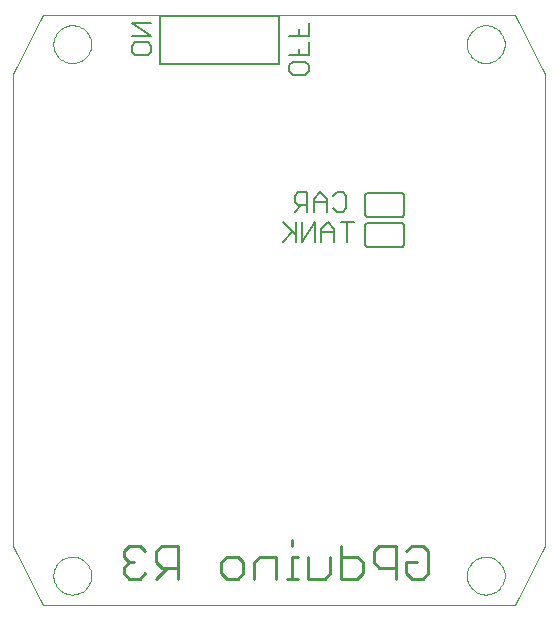
<source format=gbo>
G75*
%MOIN*%
%OFA0B0*%
%FSLAX24Y24*%
%IPPOS*%
%LPD*%
%AMOC8*
5,1,8,0,0,1.08239X$1,22.5*
%
%ADD10C,0.0000*%
%ADD11C,0.0060*%
%ADD12C,0.0090*%
%ADD13C,0.0050*%
D10*
X001510Y000307D02*
X000526Y002276D01*
X000526Y018024D01*
X001510Y019993D01*
X017258Y019993D01*
X018243Y018024D01*
X018243Y002276D01*
X017258Y000307D01*
X001510Y000307D01*
X001864Y001292D02*
X001866Y001342D01*
X001872Y001392D01*
X001882Y001441D01*
X001896Y001489D01*
X001913Y001536D01*
X001934Y001581D01*
X001959Y001625D01*
X001987Y001666D01*
X002019Y001705D01*
X002053Y001742D01*
X002090Y001776D01*
X002130Y001806D01*
X002172Y001833D01*
X002216Y001857D01*
X002262Y001878D01*
X002309Y001894D01*
X002357Y001907D01*
X002407Y001916D01*
X002456Y001921D01*
X002507Y001922D01*
X002557Y001919D01*
X002606Y001912D01*
X002655Y001901D01*
X002703Y001886D01*
X002749Y001868D01*
X002794Y001846D01*
X002837Y001820D01*
X002878Y001791D01*
X002917Y001759D01*
X002953Y001724D01*
X002985Y001686D01*
X003015Y001646D01*
X003042Y001603D01*
X003065Y001559D01*
X003084Y001513D01*
X003100Y001465D01*
X003112Y001416D01*
X003120Y001367D01*
X003124Y001317D01*
X003124Y001267D01*
X003120Y001217D01*
X003112Y001168D01*
X003100Y001119D01*
X003084Y001071D01*
X003065Y001025D01*
X003042Y000981D01*
X003015Y000938D01*
X002985Y000898D01*
X002953Y000860D01*
X002917Y000825D01*
X002878Y000793D01*
X002837Y000764D01*
X002794Y000738D01*
X002749Y000716D01*
X002703Y000698D01*
X002655Y000683D01*
X002606Y000672D01*
X002557Y000665D01*
X002507Y000662D01*
X002456Y000663D01*
X002407Y000668D01*
X002357Y000677D01*
X002309Y000690D01*
X002262Y000706D01*
X002216Y000727D01*
X002172Y000751D01*
X002130Y000778D01*
X002090Y000808D01*
X002053Y000842D01*
X002019Y000879D01*
X001987Y000918D01*
X001959Y000959D01*
X001934Y001003D01*
X001913Y001048D01*
X001896Y001095D01*
X001882Y001143D01*
X001872Y001192D01*
X001866Y001242D01*
X001864Y001292D01*
X015644Y001292D02*
X015646Y001342D01*
X015652Y001392D01*
X015662Y001441D01*
X015676Y001489D01*
X015693Y001536D01*
X015714Y001581D01*
X015739Y001625D01*
X015767Y001666D01*
X015799Y001705D01*
X015833Y001742D01*
X015870Y001776D01*
X015910Y001806D01*
X015952Y001833D01*
X015996Y001857D01*
X016042Y001878D01*
X016089Y001894D01*
X016137Y001907D01*
X016187Y001916D01*
X016236Y001921D01*
X016287Y001922D01*
X016337Y001919D01*
X016386Y001912D01*
X016435Y001901D01*
X016483Y001886D01*
X016529Y001868D01*
X016574Y001846D01*
X016617Y001820D01*
X016658Y001791D01*
X016697Y001759D01*
X016733Y001724D01*
X016765Y001686D01*
X016795Y001646D01*
X016822Y001603D01*
X016845Y001559D01*
X016864Y001513D01*
X016880Y001465D01*
X016892Y001416D01*
X016900Y001367D01*
X016904Y001317D01*
X016904Y001267D01*
X016900Y001217D01*
X016892Y001168D01*
X016880Y001119D01*
X016864Y001071D01*
X016845Y001025D01*
X016822Y000981D01*
X016795Y000938D01*
X016765Y000898D01*
X016733Y000860D01*
X016697Y000825D01*
X016658Y000793D01*
X016617Y000764D01*
X016574Y000738D01*
X016529Y000716D01*
X016483Y000698D01*
X016435Y000683D01*
X016386Y000672D01*
X016337Y000665D01*
X016287Y000662D01*
X016236Y000663D01*
X016187Y000668D01*
X016137Y000677D01*
X016089Y000690D01*
X016042Y000706D01*
X015996Y000727D01*
X015952Y000751D01*
X015910Y000778D01*
X015870Y000808D01*
X015833Y000842D01*
X015799Y000879D01*
X015767Y000918D01*
X015739Y000959D01*
X015714Y001003D01*
X015693Y001048D01*
X015676Y001095D01*
X015662Y001143D01*
X015652Y001192D01*
X015646Y001242D01*
X015644Y001292D01*
X015644Y019008D02*
X015646Y019058D01*
X015652Y019108D01*
X015662Y019157D01*
X015676Y019205D01*
X015693Y019252D01*
X015714Y019297D01*
X015739Y019341D01*
X015767Y019382D01*
X015799Y019421D01*
X015833Y019458D01*
X015870Y019492D01*
X015910Y019522D01*
X015952Y019549D01*
X015996Y019573D01*
X016042Y019594D01*
X016089Y019610D01*
X016137Y019623D01*
X016187Y019632D01*
X016236Y019637D01*
X016287Y019638D01*
X016337Y019635D01*
X016386Y019628D01*
X016435Y019617D01*
X016483Y019602D01*
X016529Y019584D01*
X016574Y019562D01*
X016617Y019536D01*
X016658Y019507D01*
X016697Y019475D01*
X016733Y019440D01*
X016765Y019402D01*
X016795Y019362D01*
X016822Y019319D01*
X016845Y019275D01*
X016864Y019229D01*
X016880Y019181D01*
X016892Y019132D01*
X016900Y019083D01*
X016904Y019033D01*
X016904Y018983D01*
X016900Y018933D01*
X016892Y018884D01*
X016880Y018835D01*
X016864Y018787D01*
X016845Y018741D01*
X016822Y018697D01*
X016795Y018654D01*
X016765Y018614D01*
X016733Y018576D01*
X016697Y018541D01*
X016658Y018509D01*
X016617Y018480D01*
X016574Y018454D01*
X016529Y018432D01*
X016483Y018414D01*
X016435Y018399D01*
X016386Y018388D01*
X016337Y018381D01*
X016287Y018378D01*
X016236Y018379D01*
X016187Y018384D01*
X016137Y018393D01*
X016089Y018406D01*
X016042Y018422D01*
X015996Y018443D01*
X015952Y018467D01*
X015910Y018494D01*
X015870Y018524D01*
X015833Y018558D01*
X015799Y018595D01*
X015767Y018634D01*
X015739Y018675D01*
X015714Y018719D01*
X015693Y018764D01*
X015676Y018811D01*
X015662Y018859D01*
X015652Y018908D01*
X015646Y018958D01*
X015644Y019008D01*
X001864Y019008D02*
X001866Y019058D01*
X001872Y019108D01*
X001882Y019157D01*
X001896Y019205D01*
X001913Y019252D01*
X001934Y019297D01*
X001959Y019341D01*
X001987Y019382D01*
X002019Y019421D01*
X002053Y019458D01*
X002090Y019492D01*
X002130Y019522D01*
X002172Y019549D01*
X002216Y019573D01*
X002262Y019594D01*
X002309Y019610D01*
X002357Y019623D01*
X002407Y019632D01*
X002456Y019637D01*
X002507Y019638D01*
X002557Y019635D01*
X002606Y019628D01*
X002655Y019617D01*
X002703Y019602D01*
X002749Y019584D01*
X002794Y019562D01*
X002837Y019536D01*
X002878Y019507D01*
X002917Y019475D01*
X002953Y019440D01*
X002985Y019402D01*
X003015Y019362D01*
X003042Y019319D01*
X003065Y019275D01*
X003084Y019229D01*
X003100Y019181D01*
X003112Y019132D01*
X003120Y019083D01*
X003124Y019033D01*
X003124Y018983D01*
X003120Y018933D01*
X003112Y018884D01*
X003100Y018835D01*
X003084Y018787D01*
X003065Y018741D01*
X003042Y018697D01*
X003015Y018654D01*
X002985Y018614D01*
X002953Y018576D01*
X002917Y018541D01*
X002878Y018509D01*
X002837Y018480D01*
X002794Y018454D01*
X002749Y018432D01*
X002703Y018414D01*
X002655Y018399D01*
X002606Y018388D01*
X002557Y018381D01*
X002507Y018378D01*
X002456Y018379D01*
X002407Y018384D01*
X002357Y018393D01*
X002309Y018406D01*
X002262Y018422D01*
X002216Y018443D01*
X002172Y018467D01*
X002130Y018494D01*
X002090Y018524D01*
X002053Y018558D01*
X002019Y018595D01*
X001987Y018634D01*
X001959Y018675D01*
X001934Y018719D01*
X001913Y018764D01*
X001896Y018811D01*
X001882Y018859D01*
X001872Y018908D01*
X001866Y018958D01*
X001864Y019008D01*
D11*
X004480Y018961D02*
X004480Y018748D01*
X004587Y018641D01*
X005014Y018641D01*
X005121Y018748D01*
X005121Y018961D01*
X005014Y019068D01*
X004587Y019068D01*
X004480Y018961D01*
X004480Y019285D02*
X005121Y019285D01*
X004480Y019712D01*
X005121Y019712D01*
X009730Y019285D02*
X010371Y019285D01*
X010371Y019712D01*
X010050Y019499D02*
X010050Y019285D01*
X010371Y019068D02*
X010371Y018641D01*
X009730Y018641D01*
X009837Y018423D02*
X009730Y018317D01*
X009730Y018103D01*
X009837Y017996D01*
X010264Y017996D01*
X010371Y018103D01*
X010371Y018317D01*
X010264Y018423D01*
X009837Y018423D01*
X010050Y018641D02*
X010050Y018854D01*
X010011Y014071D02*
X009904Y013964D01*
X009904Y013750D01*
X010011Y013644D01*
X010331Y013644D01*
X010117Y013644D02*
X009904Y013430D01*
X009936Y013071D02*
X009936Y012430D01*
X009936Y012644D02*
X009509Y013071D01*
X009830Y012750D02*
X009509Y012430D01*
X010154Y012430D02*
X010154Y013071D01*
X010331Y013430D02*
X010331Y014071D01*
X010011Y014071D01*
X010548Y013857D02*
X010548Y013430D01*
X010548Y013750D02*
X010975Y013750D01*
X010975Y013857D02*
X010975Y013430D01*
X011193Y013537D02*
X011300Y013430D01*
X011513Y013430D01*
X011620Y013537D01*
X011620Y013964D01*
X011513Y014071D01*
X011300Y014071D01*
X011193Y013964D01*
X010975Y013857D02*
X010762Y014071D01*
X010548Y013857D01*
X010581Y013071D02*
X010154Y012430D01*
X010581Y012430D02*
X010581Y013071D01*
X010798Y012857D02*
X010798Y012430D01*
X010798Y012750D02*
X011225Y012750D01*
X011225Y012857D02*
X011012Y013071D01*
X010798Y012857D01*
X011225Y012857D02*
X011225Y012430D01*
X011656Y012430D02*
X011656Y013071D01*
X011443Y013071D02*
X011870Y013071D01*
X012250Y012950D02*
X012250Y012350D01*
X012252Y012333D01*
X012256Y012316D01*
X012263Y012300D01*
X012273Y012286D01*
X012286Y012273D01*
X012300Y012263D01*
X012316Y012256D01*
X012333Y012252D01*
X012350Y012250D01*
X013450Y012250D01*
X013467Y012252D01*
X013484Y012256D01*
X013500Y012263D01*
X013514Y012273D01*
X013527Y012286D01*
X013537Y012300D01*
X013544Y012316D01*
X013548Y012333D01*
X013550Y012350D01*
X013550Y012950D01*
X013548Y012967D01*
X013544Y012984D01*
X013537Y013000D01*
X013527Y013014D01*
X013514Y013027D01*
X013500Y013037D01*
X013484Y013044D01*
X013467Y013048D01*
X013450Y013050D01*
X012350Y013050D01*
X012333Y013048D01*
X012316Y013044D01*
X012300Y013037D01*
X012286Y013027D01*
X012273Y013014D01*
X012263Y013000D01*
X012256Y012984D01*
X012252Y012967D01*
X012250Y012950D01*
X012350Y013250D02*
X013450Y013250D01*
X013467Y013252D01*
X013484Y013256D01*
X013500Y013263D01*
X013514Y013273D01*
X013527Y013286D01*
X013537Y013300D01*
X013544Y013316D01*
X013548Y013333D01*
X013550Y013350D01*
X013550Y013950D01*
X013548Y013967D01*
X013544Y013984D01*
X013537Y014000D01*
X013527Y014014D01*
X013514Y014027D01*
X013500Y014037D01*
X013484Y014044D01*
X013467Y014048D01*
X013450Y014050D01*
X012350Y014050D01*
X012333Y014048D01*
X012316Y014044D01*
X012300Y014037D01*
X012286Y014027D01*
X012273Y014014D01*
X012263Y014000D01*
X012256Y013984D01*
X012252Y013967D01*
X012250Y013950D01*
X012250Y013350D01*
X012252Y013333D01*
X012256Y013316D01*
X012263Y013300D01*
X012273Y013286D01*
X012286Y013273D01*
X012300Y013263D01*
X012316Y013256D01*
X012333Y013252D01*
X012350Y013250D01*
D12*
X009823Y002469D02*
X009823Y002287D01*
X009823Y001923D02*
X009823Y001195D01*
X010005Y001195D02*
X009641Y001195D01*
X009280Y001195D02*
X009280Y001923D01*
X008734Y001923D01*
X008552Y001741D01*
X008552Y001195D01*
X008192Y001377D02*
X008010Y001195D01*
X007646Y001195D01*
X007464Y001377D01*
X007464Y001741D01*
X007646Y001923D01*
X008010Y001923D01*
X008192Y001741D01*
X008192Y001377D01*
X009823Y001923D02*
X010005Y001923D01*
X010364Y001923D02*
X010364Y001195D01*
X010910Y001195D01*
X011092Y001377D01*
X011092Y001923D01*
X011452Y001923D02*
X011998Y001923D01*
X012180Y001741D01*
X012180Y001377D01*
X011998Y001195D01*
X011452Y001195D01*
X011452Y002287D01*
X012539Y002105D02*
X012539Y001741D01*
X012721Y001559D01*
X013267Y001559D01*
X013267Y001195D02*
X013267Y002287D01*
X012721Y002287D01*
X012539Y002105D01*
X013627Y002105D02*
X013809Y002287D01*
X014173Y002287D01*
X014355Y002105D01*
X014355Y001377D01*
X014173Y001195D01*
X013809Y001195D01*
X013627Y001377D01*
X013627Y001741D01*
X013991Y001741D01*
X006017Y001559D02*
X005471Y001559D01*
X005289Y001741D01*
X005289Y002105D01*
X005471Y002287D01*
X006017Y002287D01*
X006017Y001195D01*
X005653Y001559D02*
X005289Y001195D01*
X004930Y001377D02*
X004748Y001195D01*
X004384Y001195D01*
X004202Y001377D01*
X004202Y001559D01*
X004384Y001741D01*
X004566Y001741D01*
X004384Y001741D02*
X004202Y001923D01*
X004202Y002105D01*
X004384Y002287D01*
X004748Y002287D01*
X004930Y002105D01*
D13*
X005431Y018363D02*
X009369Y018363D01*
X009369Y019937D01*
X005431Y019937D01*
X005431Y018363D01*
M02*

</source>
